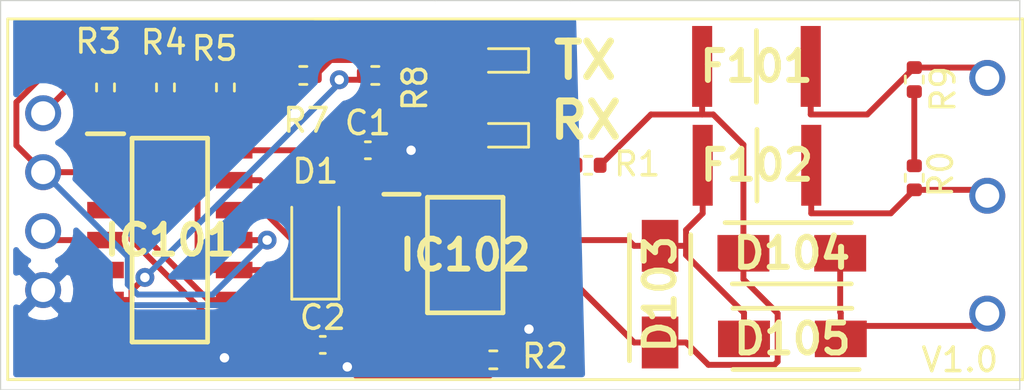
<source format=kicad_pcb>
(kicad_pcb (version 20171130) (host pcbnew "(5.1.10)-1")

  (general
    (thickness 1.6)
    (drawings 10)
    (tracks 203)
    (zones 0)
    (modules 22)
    (nets 19)
  )

  (page A4)
  (layers
    (0 F.Cu signal)
    (31 B.Cu signal)
    (32 B.Adhes user)
    (33 F.Adhes user)
    (34 B.Paste user hide)
    (35 F.Paste user)
    (36 B.SilkS user)
    (37 F.SilkS user)
    (38 B.Mask user)
    (39 F.Mask user)
    (40 Dwgs.User user)
    (41 Cmts.User user)
    (42 Eco1.User user)
    (43 Eco2.User user)
    (44 Edge.Cuts user)
    (45 Margin user)
    (46 B.CrtYd user)
    (47 F.CrtYd user hide)
    (48 B.Fab user)
    (49 F.Fab user hide)
  )

  (setup
    (last_trace_width 0.25)
    (trace_clearance 0.2)
    (zone_clearance 0.508)
    (zone_45_only no)
    (trace_min 0.2)
    (via_size 0.8)
    (via_drill 0.4)
    (via_min_size 0.4)
    (via_min_drill 0.3)
    (uvia_size 0.3)
    (uvia_drill 0.1)
    (uvias_allowed no)
    (uvia_min_size 0.2)
    (uvia_min_drill 0.1)
    (edge_width 0.05)
    (segment_width 0.2)
    (pcb_text_width 0.3)
    (pcb_text_size 1.5 1.5)
    (mod_edge_width 0.12)
    (mod_text_size 1 1)
    (mod_text_width 0.15)
    (pad_size 1.524 1.524)
    (pad_drill 1.016)
    (pad_to_mask_clearance 0)
    (aux_axis_origin 0 0)
    (visible_elements 7FFFFFFF)
    (pcbplotparams
      (layerselection 0x010fc_ffffffff)
      (usegerberextensions false)
      (usegerberattributes true)
      (usegerberadvancedattributes true)
      (creategerberjobfile true)
      (excludeedgelayer true)
      (linewidth 0.100000)
      (plotframeref false)
      (viasonmask false)
      (mode 1)
      (useauxorigin false)
      (hpglpennumber 1)
      (hpglpenspeed 20)
      (hpglpendiameter 15.000000)
      (psnegative false)
      (psa4output false)
      (plotreference true)
      (plotvalue true)
      (plotinvisibletext false)
      (padsonsilk false)
      (subtractmaskfromsilk false)
      (outputformat 1)
      (mirror false)
      (drillshape 0)
      (scaleselection 1)
      (outputdirectory "Files for production/"))
  )

  (net 0 "")
  (net 1 GND)
  (net 2 3v3)
  (net 3 "Net-(C2-Pad1)")
  (net 4 "Net-(D1-Pad1)")
  (net 5 "Net-(D101-Pad2)")
  (net 6 "Net-(D102-Pad2)")
  (net 7 "Net-(D103-Pad2)")
  (net 8 "Net-(D103-Pad1)")
  (net 9 Comm)
  (net 10 A)
  (net 11 B)
  (net 12 "Net-(IC101-Pad12)")
  (net 13 TX)
  (net 14 "Net-(IC101-Pad9)")
  (net 15 "Net-(IC101-Pad3)")
  (net 16 "Net-(IC101-Pad6)")
  (net 17 RX)
  (net 18 "Net-(R0-Pad2)")

  (net_class Default "This is the default net class."
    (clearance 0.2)
    (trace_width 0.25)
    (via_dia 0.8)
    (via_drill 0.4)
    (uvia_dia 0.3)
    (uvia_drill 0.1)
    (add_net 3v3)
    (add_net A)
    (add_net B)
    (add_net Comm)
    (add_net GND)
    (add_net "Net-(C2-Pad1)")
    (add_net "Net-(D1-Pad1)")
    (add_net "Net-(D101-Pad2)")
    (add_net "Net-(D102-Pad2)")
    (add_net "Net-(D103-Pad1)")
    (add_net "Net-(D103-Pad2)")
    (add_net "Net-(IC101-Pad12)")
    (add_net "Net-(IC101-Pad3)")
    (add_net "Net-(IC101-Pad6)")
    (add_net "Net-(IC101-Pad9)")
    (add_net "Net-(R0-Pad2)")
    (add_net RX)
    (add_net TX)
  )

  (module Capacitor_SMD:C_0402_1005Metric (layer F.Cu) (tedit 5F68FEEE) (tstamp 613194F9)
    (at 116.52 61.595)
    (descr "Capacitor SMD 0402 (1005 Metric), square (rectangular) end terminal, IPC_7351 nominal, (Body size source: IPC-SM-782 page 76, https://www.pcb-3d.com/wordpress/wp-content/uploads/ipc-sm-782a_amendment_1_and_2.pdf), generated with kicad-footprint-generator")
    (tags capacitor)
    (path /6133014C)
    (attr smd)
    (fp_text reference C2 (at 0 -1.16) (layer F.SilkS)
      (effects (font (size 1 1) (thickness 0.15)))
    )
    (fp_text value 0.1u (at 0 1.16) (layer F.Fab)
      (effects (font (size 1 1) (thickness 0.15)))
    )
    (fp_line (start -0.5 0.25) (end -0.5 -0.25) (layer F.Fab) (width 0.1))
    (fp_line (start -0.5 -0.25) (end 0.5 -0.25) (layer F.Fab) (width 0.1))
    (fp_line (start 0.5 -0.25) (end 0.5 0.25) (layer F.Fab) (width 0.1))
    (fp_line (start 0.5 0.25) (end -0.5 0.25) (layer F.Fab) (width 0.1))
    (fp_line (start -0.107836 -0.36) (end 0.107836 -0.36) (layer F.SilkS) (width 0.12))
    (fp_line (start -0.107836 0.36) (end 0.107836 0.36) (layer F.SilkS) (width 0.12))
    (fp_line (start -0.91 0.46) (end -0.91 -0.46) (layer F.CrtYd) (width 0.05))
    (fp_line (start -0.91 -0.46) (end 0.91 -0.46) (layer F.CrtYd) (width 0.05))
    (fp_line (start 0.91 -0.46) (end 0.91 0.46) (layer F.CrtYd) (width 0.05))
    (fp_line (start 0.91 0.46) (end -0.91 0.46) (layer F.CrtYd) (width 0.05))
    (fp_text user %R (at 0 0) (layer F.Fab)
      (effects (font (size 0.25 0.25) (thickness 0.04)))
    )
    (pad 2 smd roundrect (at 0.48 0) (size 0.56 0.62) (layers F.Cu F.Paste F.Mask) (roundrect_rratio 0.25)
      (net 1 GND))
    (pad 1 smd roundrect (at -0.48 0) (size 0.56 0.62) (layers F.Cu F.Paste F.Mask) (roundrect_rratio 0.25)
      (net 3 "Net-(C2-Pad1)"))
    (model ${KISYS3DMOD}/Capacitor_SMD.3dshapes/C_0402_1005Metric.wrl
      (at (xyz 0 0 0))
      (scale (xyz 1 1 1))
      (rotate (xyz 0 0 0))
    )
  )

  (module Capacitor_SMD:C_0402_1005Metric (layer F.Cu) (tedit 5F68FEEE) (tstamp 613194E8)
    (at 118.43 53.34)
    (descr "Capacitor SMD 0402 (1005 Metric), square (rectangular) end terminal, IPC_7351 nominal, (Body size source: IPC-SM-782 page 76, https://www.pcb-3d.com/wordpress/wp-content/uploads/ipc-sm-782a_amendment_1_and_2.pdf), generated with kicad-footprint-generator")
    (tags capacitor)
    (path /6133CEF8)
    (attr smd)
    (fp_text reference C1 (at 0 -1.16) (layer F.SilkS)
      (effects (font (size 1 1) (thickness 0.15)))
    )
    (fp_text value 0.1u (at 0 1.16) (layer F.Fab)
      (effects (font (size 1 1) (thickness 0.15)))
    )
    (fp_line (start -0.5 0.25) (end -0.5 -0.25) (layer F.Fab) (width 0.1))
    (fp_line (start -0.5 -0.25) (end 0.5 -0.25) (layer F.Fab) (width 0.1))
    (fp_line (start 0.5 -0.25) (end 0.5 0.25) (layer F.Fab) (width 0.1))
    (fp_line (start 0.5 0.25) (end -0.5 0.25) (layer F.Fab) (width 0.1))
    (fp_line (start -0.107836 -0.36) (end 0.107836 -0.36) (layer F.SilkS) (width 0.12))
    (fp_line (start -0.107836 0.36) (end 0.107836 0.36) (layer F.SilkS) (width 0.12))
    (fp_line (start -0.91 0.46) (end -0.91 -0.46) (layer F.CrtYd) (width 0.05))
    (fp_line (start -0.91 -0.46) (end 0.91 -0.46) (layer F.CrtYd) (width 0.05))
    (fp_line (start 0.91 -0.46) (end 0.91 0.46) (layer F.CrtYd) (width 0.05))
    (fp_line (start 0.91 0.46) (end -0.91 0.46) (layer F.CrtYd) (width 0.05))
    (fp_text user %R (at 0 0) (layer F.Fab)
      (effects (font (size 0.25 0.25) (thickness 0.04)))
    )
    (pad 2 smd roundrect (at 0.48 0) (size 0.56 0.62) (layers F.Cu F.Paste F.Mask) (roundrect_rratio 0.25)
      (net 1 GND))
    (pad 1 smd roundrect (at -0.48 0) (size 0.56 0.62) (layers F.Cu F.Paste F.Mask) (roundrect_rratio 0.25)
      (net 2 3v3))
    (model ${KISYS3DMOD}/Capacitor_SMD.3dshapes/C_0402_1005Metric.wrl
      (at (xyz 0 0 0))
      (scale (xyz 1 1 1))
      (rotate (xyz 0 0 0))
    )
  )

  (module CI_ComPCB:TXRX-AB (layer F.Cu) (tedit 61322085) (tstamp 6132454D)
    (at 103.173 47.769)
    (path /61323B08)
    (fp_text reference Converter101 (at 7.317 -2.049) (layer F.SilkS) hide
      (effects (font (size 1 1) (thickness 0.15)))
    )
    (fp_text value TxRx-RS485-New_Library-RackComm-rescue-CI_ComPCB-rescue (at 1 -4.5) (layer F.Fab) hide
      (effects (font (size 1 1) (thickness 0.15)))
    )
    (fp_line (start 43 0) (end 43 15.3) (layer F.SilkS) (width 0.12))
    (fp_line (start 13 0) (end 14 0) (layer F.SilkS) (width 0.12))
    (fp_line (start 43 0) (end 0 0) (layer F.SilkS) (width 0.12))
    (fp_line (start 0 0) (end 0 15.3) (layer F.SilkS) (width 0.12))
    (fp_line (start 0 15.3) (end 43 15.3) (layer F.SilkS) (width 0.12))
    (pad 4 thru_hole circle (at 1.5 4) (size 1.524 1.524) (drill 1.016) (layers *.Cu *.Mask)
      (net 2 3v3))
    (pad 3 thru_hole circle (at 1.5 6.5) (size 1.524 1.524) (drill 1.016) (layers *.Cu *.Mask)
      (net 13 TX))
    (pad 2 thru_hole circle (at 1.5 9) (size 1.524 1.524) (drill 1.016) (layers *.Cu *.Mask)
      (net 17 RX))
    (pad 1 thru_hole circle (at 1.5 11.5) (size 1.524 1.524) (drill 1.016) (layers *.Cu *.Mask)
      (net 1 GND))
    (pad 7 thru_hole circle (at 41.5 2.5) (size 1.524 1.524) (drill 1.016) (layers *.Cu *.Mask)
      (net 10 A))
    (pad 6 thru_hole circle (at 41.5 7.5) (size 1.524 1.524) (drill 1.016) (layers *.Cu *.Mask)
      (net 11 B))
    (pad 5 thru_hole circle (at 41.5 12.5) (size 1.524 1.524) (drill 1.016) (layers *.Cu *.Mask)
      (net 9 Comm))
  )

  (module SamacSys_Parts:FUSC4632X110N (layer F.Cu) (tedit 61313F01) (tstamp 6132443E)
    (at 134.893 49.7815)
    (descr MF-MSMF010)
    (tags Fuse)
    (path /61354966)
    (attr smd)
    (fp_text reference F101 (at 0 0) (layer F.SilkS)
      (effects (font (size 1.27 1.27) (thickness 0.254)))
    )
    (fp_text value MF-MSMF010-2 (at 0 0) (layer F.SilkS) hide
      (effects (font (size 1.27 1.27) (thickness 0.254)))
    )
    (fp_line (start -2.975 -1.965) (end 2.975 -1.965) (layer F.CrtYd) (width 0.05))
    (fp_line (start 2.975 -1.965) (end 2.975 1.965) (layer F.CrtYd) (width 0.05))
    (fp_line (start 2.975 1.965) (end -2.975 1.965) (layer F.CrtYd) (width 0.05))
    (fp_line (start -2.975 1.965) (end -2.975 -1.965) (layer F.CrtYd) (width 0.05))
    (fp_line (start -2.275 -1.62) (end 2.275 -1.62) (layer F.Fab) (width 0.1))
    (fp_line (start 2.275 -1.62) (end 2.275 1.62) (layer F.Fab) (width 0.1))
    (fp_line (start 2.275 1.62) (end -2.275 1.62) (layer F.Fab) (width 0.1))
    (fp_line (start -2.275 1.62) (end -2.275 -1.62) (layer F.Fab) (width 0.1))
    (fp_line (start 0 -1.52) (end 0 1.52) (layer F.SilkS) (width 0.2))
    (fp_text user %R (at 0 0) (layer F.Fab)
      (effects (font (size 1.27 1.27) (thickness 0.254)))
    )
    (pad 2 smd rect (at 2.3 0) (size 0.85 3.43) (layers F.Cu F.Paste F.Mask)
      (net 10 A))
    (pad 1 smd rect (at -2.3 0) (size 0.85 3.430001) (layers F.Cu F.Paste F.Mask)
      (net 8 "Net-(D103-Pad1)"))
    (model "C:\\Users\\Aalam Shaikh\\Documents\\GitHub\\rack_programer-hardware\\CI_ComPCB\\lib\\SamacSys_Parts.3dshapes\\MF-MSMF010-2.stp"
      (at (xyz 0 0 0))
      (scale (xyz 1 1 1))
      (rotate (xyz 0 0 0))
    )
  )

  (module SamacSys_Parts:DIOM5026X229N (layer F.Cu) (tedit 0) (tstamp 613244A0)
    (at 130.81 59.4434 90)
    (descr "DO-214AC (SMA)-1")
    (tags "TVS Diode (Uni-directional)")
    (path /6133EC60)
    (attr smd)
    (fp_text reference D103 (at 0 0 90) (layer F.SilkS)
      (effects (font (size 1.27 1.27) (thickness 0.254)))
    )
    (fp_text value SMAJ6.5A (at 0 0 90) (layer F.SilkS) hide
      (effects (font (size 1.27 1.27) (thickness 0.254)))
    )
    (fp_line (start -3.4 -1.645) (end 3.4 -1.645) (layer F.CrtYd) (width 0.05))
    (fp_line (start 3.4 -1.645) (end 3.4 1.645) (layer F.CrtYd) (width 0.05))
    (fp_line (start 3.4 1.645) (end -3.4 1.645) (layer F.CrtYd) (width 0.05))
    (fp_line (start -3.4 1.645) (end -3.4 -1.645) (layer F.CrtYd) (width 0.05))
    (fp_line (start -2.52 -1.298) (end 2.52 -1.298) (layer F.Fab) (width 0.1))
    (fp_line (start 2.52 -1.298) (end 2.52 1.298) (layer F.Fab) (width 0.1))
    (fp_line (start 2.52 1.298) (end -2.52 1.298) (layer F.Fab) (width 0.1))
    (fp_line (start -2.52 1.298) (end -2.52 -1.298) (layer F.Fab) (width 0.1))
    (fp_line (start -2.52 -0.522) (end -1.745 -1.298) (layer F.Fab) (width 0.1))
    (fp_line (start 2.52 -1.298) (end -2.825 -1.298) (layer F.SilkS) (width 0.2))
    (fp_line (start -2.52 1.298) (end 2.52 1.298) (layer F.SilkS) (width 0.2))
    (fp_text user %R (at 0 0 90) (layer F.Fab)
      (effects (font (size 1.27 1.27) (thickness 0.254)))
    )
    (pad 2 smd rect (at 2.05 0 180) (size 1.55 2.2) (layers F.Cu F.Paste F.Mask)
      (net 7 "Net-(D103-Pad2)"))
    (pad 1 smd rect (at -2.05 0 180) (size 1.55 2.2) (layers F.Cu F.Paste F.Mask)
      (net 8 "Net-(D103-Pad1)"))
    (model "C:\\Users\\Aalam Shaikh\\Documents\\GitHub\\rack_programer-hardware\\CI_ComPCB\\lib\\SamacSys_Parts.3dshapes\\SMAJ6.5A.stp"
      (at (xyz 0 0 0))
      (scale (xyz 1 1 1))
      (rotate (xyz 0 0 0))
    )
  )

  (module SamacSys_Parts:DIOM5026X229N (layer F.Cu) (tedit 0) (tstamp 6132440D)
    (at 136.391 57.7088)
    (descr "DO-214AC (SMA)-1")
    (tags "TVS Diode (Uni-directional)")
    (path /6134EB59)
    (attr smd)
    (fp_text reference D104 (at 0 0) (layer F.SilkS)
      (effects (font (size 1.27 1.27) (thickness 0.254)))
    )
    (fp_text value SMAJ6.5A (at 0 0) (layer F.SilkS) hide
      (effects (font (size 1.27 1.27) (thickness 0.254)))
    )
    (fp_line (start -3.4 -1.645) (end 3.4 -1.645) (layer F.CrtYd) (width 0.05))
    (fp_line (start 3.4 -1.645) (end 3.4 1.645) (layer F.CrtYd) (width 0.05))
    (fp_line (start 3.4 1.645) (end -3.4 1.645) (layer F.CrtYd) (width 0.05))
    (fp_line (start -3.4 1.645) (end -3.4 -1.645) (layer F.CrtYd) (width 0.05))
    (fp_line (start -2.52 -1.298) (end 2.52 -1.298) (layer F.Fab) (width 0.1))
    (fp_line (start 2.52 -1.298) (end 2.52 1.298) (layer F.Fab) (width 0.1))
    (fp_line (start 2.52 1.298) (end -2.52 1.298) (layer F.Fab) (width 0.1))
    (fp_line (start -2.52 1.298) (end -2.52 -1.298) (layer F.Fab) (width 0.1))
    (fp_line (start -2.52 -0.522) (end -1.745 -1.298) (layer F.Fab) (width 0.1))
    (fp_line (start 2.52 -1.298) (end -2.825 -1.298) (layer F.SilkS) (width 0.2))
    (fp_line (start -2.52 1.298) (end 2.52 1.298) (layer F.SilkS) (width 0.2))
    (fp_text user %R (at 0 0) (layer F.Fab)
      (effects (font (size 1.27 1.27) (thickness 0.254)))
    )
    (pad 2 smd rect (at 2.05 0 90) (size 1.55 2.2) (layers F.Cu F.Paste F.Mask)
      (net 9 Comm))
    (pad 1 smd rect (at -2.05 0 90) (size 1.55 2.2) (layers F.Cu F.Paste F.Mask)
      (net 8 "Net-(D103-Pad1)"))
    (model "C:\\Users\\Aalam Shaikh\\Documents\\GitHub\\rack_programer-hardware\\CI_ComPCB\\lib\\SamacSys_Parts.3dshapes\\SMAJ6.5A.stp"
      (at (xyz 0 0 0))
      (scale (xyz 1 1 1))
      (rotate (xyz 0 0 0))
    )
  )

  (module SamacSys_Parts:DIOM5026X229N (layer F.Cu) (tedit 0) (tstamp 6132446D)
    (at 136.416 61.341 180)
    (descr "DO-214AC (SMA)-1")
    (tags "TVS Diode (Uni-directional)")
    (path /6134CE0F)
    (attr smd)
    (fp_text reference D105 (at 0 0) (layer F.SilkS)
      (effects (font (size 1.27 1.27) (thickness 0.254)))
    )
    (fp_text value SMAJ6.5A (at 0 0) (layer F.SilkS) hide
      (effects (font (size 1.27 1.27) (thickness 0.254)))
    )
    (fp_line (start -3.4 -1.645) (end 3.4 -1.645) (layer F.CrtYd) (width 0.05))
    (fp_line (start 3.4 -1.645) (end 3.4 1.645) (layer F.CrtYd) (width 0.05))
    (fp_line (start 3.4 1.645) (end -3.4 1.645) (layer F.CrtYd) (width 0.05))
    (fp_line (start -3.4 1.645) (end -3.4 -1.645) (layer F.CrtYd) (width 0.05))
    (fp_line (start -2.52 -1.298) (end 2.52 -1.298) (layer F.Fab) (width 0.1))
    (fp_line (start 2.52 -1.298) (end 2.52 1.298) (layer F.Fab) (width 0.1))
    (fp_line (start 2.52 1.298) (end -2.52 1.298) (layer F.Fab) (width 0.1))
    (fp_line (start -2.52 1.298) (end -2.52 -1.298) (layer F.Fab) (width 0.1))
    (fp_line (start -2.52 -0.522) (end -1.745 -1.298) (layer F.Fab) (width 0.1))
    (fp_line (start 2.52 -1.298) (end -2.825 -1.298) (layer F.SilkS) (width 0.2))
    (fp_line (start -2.52 1.298) (end 2.52 1.298) (layer F.SilkS) (width 0.2))
    (fp_text user %R (at 0 0) (layer F.Fab)
      (effects (font (size 1.27 1.27) (thickness 0.254)))
    )
    (pad 2 smd rect (at 2.05 0 270) (size 1.55 2.2) (layers F.Cu F.Paste F.Mask)
      (net 7 "Net-(D103-Pad2)"))
    (pad 1 smd rect (at -2.05 0 270) (size 1.55 2.2) (layers F.Cu F.Paste F.Mask)
      (net 9 Comm))
    (model "C:\\Users\\Aalam Shaikh\\Documents\\GitHub\\rack_programer-hardware\\CI_ComPCB\\lib\\SamacSys_Parts.3dshapes\\SMAJ6.5A.stp"
      (at (xyz 0 0 0))
      (scale (xyz 1 1 1))
      (rotate (xyz 0 0 0))
    )
  )

  (module Resistor_SMD:R_0402_1005Metric (layer F.Cu) (tedit 5F68FEEE) (tstamp 613243DC)
    (at 141.58 50.3409 90)
    (descr "Resistor SMD 0402 (1005 Metric), square (rectangular) end terminal, IPC_7351 nominal, (Body size source: IPC-SM-782 page 72, https://www.pcb-3d.com/wordpress/wp-content/uploads/ipc-sm-782a_amendment_1_and_2.pdf), generated with kicad-footprint-generator")
    (tags resistor)
    (path /6135F932)
    (attr smd)
    (fp_text reference R9 (at -0.4083 1.2192 90) (layer F.SilkS)
      (effects (font (size 1 1) (thickness 0.15)))
    )
    (fp_text value 120 (at 0 1.17 90) (layer F.Fab)
      (effects (font (size 1 1) (thickness 0.15)))
    )
    (fp_line (start -0.525 0.27) (end -0.525 -0.27) (layer F.Fab) (width 0.1))
    (fp_line (start -0.525 -0.27) (end 0.525 -0.27) (layer F.Fab) (width 0.1))
    (fp_line (start 0.525 -0.27) (end 0.525 0.27) (layer F.Fab) (width 0.1))
    (fp_line (start 0.525 0.27) (end -0.525 0.27) (layer F.Fab) (width 0.1))
    (fp_line (start -0.153641 -0.38) (end 0.153641 -0.38) (layer F.SilkS) (width 0.12))
    (fp_line (start -0.153641 0.38) (end 0.153641 0.38) (layer F.SilkS) (width 0.12))
    (fp_line (start -0.93 0.47) (end -0.93 -0.47) (layer F.CrtYd) (width 0.05))
    (fp_line (start -0.93 -0.47) (end 0.93 -0.47) (layer F.CrtYd) (width 0.05))
    (fp_line (start 0.93 -0.47) (end 0.93 0.47) (layer F.CrtYd) (width 0.05))
    (fp_line (start 0.93 0.47) (end -0.93 0.47) (layer F.CrtYd) (width 0.05))
    (fp_text user %R (at 0 0 90) (layer F.Fab)
      (effects (font (size 0.26 0.26) (thickness 0.04)))
    )
    (pad 2 smd roundrect (at 0.51 0 90) (size 0.54 0.64) (layers F.Cu F.Paste F.Mask) (roundrect_rratio 0.25)
      (net 10 A))
    (pad 1 smd roundrect (at -0.51 0 90) (size 0.54 0.64) (layers F.Cu F.Paste F.Mask) (roundrect_rratio 0.25)
      (net 18 "Net-(R0-Pad2)"))
    (model ${KISYS3DMOD}/Resistor_SMD.3dshapes/R_0402_1005Metric.wrl
      (at (xyz 0 0 0))
      (scale (xyz 1 1 1))
      (rotate (xyz 0 0 0))
    )
  )

  (module Resistor_SMD:R_0402_1005Metric (layer F.Cu) (tedit 5F68FEEE) (tstamp 6131969C)
    (at 118.745 50.165)
    (descr "Resistor SMD 0402 (1005 Metric), square (rectangular) end terminal, IPC_7351 nominal, (Body size source: IPC-SM-782 page 72, https://www.pcb-3d.com/wordpress/wp-content/uploads/ipc-sm-782a_amendment_1_and_2.pdf), generated with kicad-footprint-generator")
    (tags resistor)
    (path /6131B2D3)
    (attr smd)
    (fp_text reference R8 (at 1.6764 0.5334 270) (layer F.SilkS)
      (effects (font (size 1 1) (thickness 0.15)))
    )
    (fp_text value 2.4k (at 0 1.17) (layer F.Fab)
      (effects (font (size 1 1) (thickness 0.15)))
    )
    (fp_line (start -0.525 0.27) (end -0.525 -0.27) (layer F.Fab) (width 0.1))
    (fp_line (start -0.525 -0.27) (end 0.525 -0.27) (layer F.Fab) (width 0.1))
    (fp_line (start 0.525 -0.27) (end 0.525 0.27) (layer F.Fab) (width 0.1))
    (fp_line (start 0.525 0.27) (end -0.525 0.27) (layer F.Fab) (width 0.1))
    (fp_line (start -0.153641 -0.38) (end 0.153641 -0.38) (layer F.SilkS) (width 0.12))
    (fp_line (start -0.153641 0.38) (end 0.153641 0.38) (layer F.SilkS) (width 0.12))
    (fp_line (start -0.93 0.47) (end -0.93 -0.47) (layer F.CrtYd) (width 0.05))
    (fp_line (start -0.93 -0.47) (end 0.93 -0.47) (layer F.CrtYd) (width 0.05))
    (fp_line (start 0.93 -0.47) (end 0.93 0.47) (layer F.CrtYd) (width 0.05))
    (fp_line (start 0.93 0.47) (end -0.93 0.47) (layer F.CrtYd) (width 0.05))
    (fp_text user %R (at 0 0) (layer F.Fab)
      (effects (font (size 0.26 0.26) (thickness 0.04)))
    )
    (pad 2 smd roundrect (at 0.51 0) (size 0.54 0.64) (layers F.Cu F.Paste F.Mask) (roundrect_rratio 0.25)
      (net 5 "Net-(D101-Pad2)"))
    (pad 1 smd roundrect (at -0.51 0) (size 0.54 0.64) (layers F.Cu F.Paste F.Mask) (roundrect_rratio 0.25)
      (net 16 "Net-(IC101-Pad6)"))
    (model ${KISYS3DMOD}/Resistor_SMD.3dshapes/R_0402_1005Metric.wrl
      (at (xyz 0 0 0))
      (scale (xyz 1 1 1))
      (rotate (xyz 0 0 0))
    )
  )

  (module Resistor_SMD:R_0402_1005Metric (layer F.Cu) (tedit 5F68FEEE) (tstamp 6131968B)
    (at 115.695 50.165)
    (descr "Resistor SMD 0402 (1005 Metric), square (rectangular) end terminal, IPC_7351 nominal, (Body size source: IPC-SM-782 page 72, https://www.pcb-3d.com/wordpress/wp-content/uploads/ipc-sm-782a_amendment_1_and_2.pdf), generated with kicad-footprint-generator")
    (tags resistor)
    (path /6132633A)
    (attr smd)
    (fp_text reference R7 (at 0.125 1.905) (layer F.SilkS)
      (effects (font (size 1 1) (thickness 0.15)))
    )
    (fp_text value 2.4k (at 0 1.17) (layer F.Fab)
      (effects (font (size 1 1) (thickness 0.15)))
    )
    (fp_line (start -0.525 0.27) (end -0.525 -0.27) (layer F.Fab) (width 0.1))
    (fp_line (start -0.525 -0.27) (end 0.525 -0.27) (layer F.Fab) (width 0.1))
    (fp_line (start 0.525 -0.27) (end 0.525 0.27) (layer F.Fab) (width 0.1))
    (fp_line (start 0.525 0.27) (end -0.525 0.27) (layer F.Fab) (width 0.1))
    (fp_line (start -0.153641 -0.38) (end 0.153641 -0.38) (layer F.SilkS) (width 0.12))
    (fp_line (start -0.153641 0.38) (end 0.153641 0.38) (layer F.SilkS) (width 0.12))
    (fp_line (start -0.93 0.47) (end -0.93 -0.47) (layer F.CrtYd) (width 0.05))
    (fp_line (start -0.93 -0.47) (end 0.93 -0.47) (layer F.CrtYd) (width 0.05))
    (fp_line (start 0.93 -0.47) (end 0.93 0.47) (layer F.CrtYd) (width 0.05))
    (fp_line (start 0.93 0.47) (end -0.93 0.47) (layer F.CrtYd) (width 0.05))
    (fp_text user %R (at 0 0) (layer F.Fab)
      (effects (font (size 0.26 0.26) (thickness 0.04)))
    )
    (pad 2 smd roundrect (at 0.51 0) (size 0.54 0.64) (layers F.Cu F.Paste F.Mask) (roundrect_rratio 0.25)
      (net 6 "Net-(D102-Pad2)"))
    (pad 1 smd roundrect (at -0.51 0) (size 0.54 0.64) (layers F.Cu F.Paste F.Mask) (roundrect_rratio 0.25)
      (net 13 TX))
    (model ${KISYS3DMOD}/Resistor_SMD.3dshapes/R_0402_1005Metric.wrl
      (at (xyz 0 0 0))
      (scale (xyz 1 1 1))
      (rotate (xyz 0 0 0))
    )
  )

  (module Resistor_SMD:R_0402_1005Metric (layer F.Cu) (tedit 5F68FEEE) (tstamp 6131967A)
    (at 112.395 50.675 90)
    (descr "Resistor SMD 0402 (1005 Metric), square (rectangular) end terminal, IPC_7351 nominal, (Body size source: IPC-SM-782 page 72, https://www.pcb-3d.com/wordpress/wp-content/uploads/ipc-sm-782a_amendment_1_and_2.pdf), generated with kicad-footprint-generator")
    (tags resistor)
    (path /6132E384)
    (attr smd)
    (fp_text reference R5 (at 1.651 -0.4572 180) (layer F.SilkS)
      (effects (font (size 1 1) (thickness 0.15)))
    )
    (fp_text value 56k (at 0 1.17 90) (layer F.Fab)
      (effects (font (size 1 1) (thickness 0.15)))
    )
    (fp_line (start -0.525 0.27) (end -0.525 -0.27) (layer F.Fab) (width 0.1))
    (fp_line (start -0.525 -0.27) (end 0.525 -0.27) (layer F.Fab) (width 0.1))
    (fp_line (start 0.525 -0.27) (end 0.525 0.27) (layer F.Fab) (width 0.1))
    (fp_line (start 0.525 0.27) (end -0.525 0.27) (layer F.Fab) (width 0.1))
    (fp_line (start -0.153641 -0.38) (end 0.153641 -0.38) (layer F.SilkS) (width 0.12))
    (fp_line (start -0.153641 0.38) (end 0.153641 0.38) (layer F.SilkS) (width 0.12))
    (fp_line (start -0.93 0.47) (end -0.93 -0.47) (layer F.CrtYd) (width 0.05))
    (fp_line (start -0.93 -0.47) (end 0.93 -0.47) (layer F.CrtYd) (width 0.05))
    (fp_line (start 0.93 -0.47) (end 0.93 0.47) (layer F.CrtYd) (width 0.05))
    (fp_line (start 0.93 0.47) (end -0.93 0.47) (layer F.CrtYd) (width 0.05))
    (fp_text user %R (at 0 0 90) (layer F.Fab)
      (effects (font (size 0.26 0.26) (thickness 0.04)))
    )
    (pad 2 smd roundrect (at 0.51 0 90) (size 0.54 0.64) (layers F.Cu F.Paste F.Mask) (roundrect_rratio 0.25)
      (net 3 "Net-(C2-Pad1)"))
    (pad 1 smd roundrect (at -0.51 0 90) (size 0.54 0.64) (layers F.Cu F.Paste F.Mask) (roundrect_rratio 0.25)
      (net 4 "Net-(D1-Pad1)"))
    (model ${KISYS3DMOD}/Resistor_SMD.3dshapes/R_0402_1005Metric.wrl
      (at (xyz 0 0 0))
      (scale (xyz 1 1 1))
      (rotate (xyz 0 0 0))
    )
  )

  (module Resistor_SMD:R_0402_1005Metric (layer F.Cu) (tedit 5F68FEEE) (tstamp 61319669)
    (at 109.855 50.675 270)
    (descr "Resistor SMD 0402 (1005 Metric), square (rectangular) end terminal, IPC_7351 nominal, (Body size source: IPC-SM-782 page 72, https://www.pcb-3d.com/wordpress/wp-content/uploads/ipc-sm-782a_amendment_1_and_2.pdf), generated with kicad-footprint-generator")
    (tags resistor)
    (path /61318DB5)
    (attr smd)
    (fp_text reference R4 (at -1.907 0.0762 180) (layer F.SilkS)
      (effects (font (size 1 1) (thickness 0.15)))
    )
    (fp_text value 4.7k (at 0 1.17 90) (layer F.Fab)
      (effects (font (size 1 1) (thickness 0.15)))
    )
    (fp_line (start -0.525 0.27) (end -0.525 -0.27) (layer F.Fab) (width 0.1))
    (fp_line (start -0.525 -0.27) (end 0.525 -0.27) (layer F.Fab) (width 0.1))
    (fp_line (start 0.525 -0.27) (end 0.525 0.27) (layer F.Fab) (width 0.1))
    (fp_line (start 0.525 0.27) (end -0.525 0.27) (layer F.Fab) (width 0.1))
    (fp_line (start -0.153641 -0.38) (end 0.153641 -0.38) (layer F.SilkS) (width 0.12))
    (fp_line (start -0.153641 0.38) (end 0.153641 0.38) (layer F.SilkS) (width 0.12))
    (fp_line (start -0.93 0.47) (end -0.93 -0.47) (layer F.CrtYd) (width 0.05))
    (fp_line (start -0.93 -0.47) (end 0.93 -0.47) (layer F.CrtYd) (width 0.05))
    (fp_line (start 0.93 -0.47) (end 0.93 0.47) (layer F.CrtYd) (width 0.05))
    (fp_line (start 0.93 0.47) (end -0.93 0.47) (layer F.CrtYd) (width 0.05))
    (fp_text user %R (at 0 0 90) (layer F.Fab)
      (effects (font (size 0.26 0.26) (thickness 0.04)))
    )
    (pad 2 smd roundrect (at 0.51 0 270) (size 0.54 0.64) (layers F.Cu F.Paste F.Mask) (roundrect_rratio 0.25)
      (net 13 TX))
    (pad 1 smd roundrect (at -0.51 0 270) (size 0.54 0.64) (layers F.Cu F.Paste F.Mask) (roundrect_rratio 0.25)
      (net 2 3v3))
    (model ${KISYS3DMOD}/Resistor_SMD.3dshapes/R_0402_1005Metric.wrl
      (at (xyz 0 0 0))
      (scale (xyz 1 1 1))
      (rotate (xyz 0 0 0))
    )
  )

  (module Resistor_SMD:R_0402_1005Metric (layer F.Cu) (tedit 5F68FEEE) (tstamp 61319658)
    (at 107.315 50.675 270)
    (descr "Resistor SMD 0402 (1005 Metric), square (rectangular) end terminal, IPC_7351 nominal, (Body size source: IPC-SM-782 page 72, https://www.pcb-3d.com/wordpress/wp-content/uploads/ipc-sm-782a_amendment_1_and_2.pdf), generated with kicad-footprint-generator")
    (tags resistor)
    (path /613380E8)
    (attr smd)
    (fp_text reference R3 (at -1.9558 0.3048 180) (layer F.SilkS)
      (effects (font (size 1 1) (thickness 0.15)))
    )
    (fp_text value 4.7k (at 0 1.17 90) (layer F.Fab)
      (effects (font (size 1 1) (thickness 0.15)))
    )
    (fp_line (start -0.525 0.27) (end -0.525 -0.27) (layer F.Fab) (width 0.1))
    (fp_line (start -0.525 -0.27) (end 0.525 -0.27) (layer F.Fab) (width 0.1))
    (fp_line (start 0.525 -0.27) (end 0.525 0.27) (layer F.Fab) (width 0.1))
    (fp_line (start 0.525 0.27) (end -0.525 0.27) (layer F.Fab) (width 0.1))
    (fp_line (start -0.153641 -0.38) (end 0.153641 -0.38) (layer F.SilkS) (width 0.12))
    (fp_line (start -0.153641 0.38) (end 0.153641 0.38) (layer F.SilkS) (width 0.12))
    (fp_line (start -0.93 0.47) (end -0.93 -0.47) (layer F.CrtYd) (width 0.05))
    (fp_line (start -0.93 -0.47) (end 0.93 -0.47) (layer F.CrtYd) (width 0.05))
    (fp_line (start 0.93 -0.47) (end 0.93 0.47) (layer F.CrtYd) (width 0.05))
    (fp_line (start 0.93 0.47) (end -0.93 0.47) (layer F.CrtYd) (width 0.05))
    (fp_text user %R (at 0 0 90) (layer F.Fab)
      (effects (font (size 0.26 0.26) (thickness 0.04)))
    )
    (pad 2 smd roundrect (at 0.51 0 270) (size 0.54 0.64) (layers F.Cu F.Paste F.Mask) (roundrect_rratio 0.25)
      (net 14 "Net-(IC101-Pad9)"))
    (pad 1 smd roundrect (at -0.51 0 270) (size 0.54 0.64) (layers F.Cu F.Paste F.Mask) (roundrect_rratio 0.25)
      (net 2 3v3))
    (model ${KISYS3DMOD}/Resistor_SMD.3dshapes/R_0402_1005Metric.wrl
      (at (xyz 0 0 0))
      (scale (xyz 1 1 1))
      (rotate (xyz 0 0 0))
    )
  )

  (module Resistor_SMD:R_0402_1005Metric (layer F.Cu) (tedit 5F68FEEE) (tstamp 61319647)
    (at 123.745 62.23 180)
    (descr "Resistor SMD 0402 (1005 Metric), square (rectangular) end terminal, IPC_7351 nominal, (Body size source: IPC-SM-782 page 72, https://www.pcb-3d.com/wordpress/wp-content/uploads/ipc-sm-782a_amendment_1_and_2.pdf), generated with kicad-footprint-generator")
    (tags resistor)
    (path /61347F15)
    (attr smd)
    (fp_text reference R2 (at -2.1882 0.1524) (layer F.SilkS)
      (effects (font (size 1 1) (thickness 0.15)))
    )
    (fp_text value 4.7k (at 0 1.17) (layer F.Fab)
      (effects (font (size 1 1) (thickness 0.15)))
    )
    (fp_line (start -0.525 0.27) (end -0.525 -0.27) (layer F.Fab) (width 0.1))
    (fp_line (start -0.525 -0.27) (end 0.525 -0.27) (layer F.Fab) (width 0.1))
    (fp_line (start 0.525 -0.27) (end 0.525 0.27) (layer F.Fab) (width 0.1))
    (fp_line (start 0.525 0.27) (end -0.525 0.27) (layer F.Fab) (width 0.1))
    (fp_line (start -0.153641 -0.38) (end 0.153641 -0.38) (layer F.SilkS) (width 0.12))
    (fp_line (start -0.153641 0.38) (end 0.153641 0.38) (layer F.SilkS) (width 0.12))
    (fp_line (start -0.93 0.47) (end -0.93 -0.47) (layer F.CrtYd) (width 0.05))
    (fp_line (start -0.93 -0.47) (end 0.93 -0.47) (layer F.CrtYd) (width 0.05))
    (fp_line (start 0.93 -0.47) (end 0.93 0.47) (layer F.CrtYd) (width 0.05))
    (fp_line (start 0.93 0.47) (end -0.93 0.47) (layer F.CrtYd) (width 0.05))
    (fp_text user %R (at 0 0) (layer F.Fab)
      (effects (font (size 0.26 0.26) (thickness 0.04)))
    )
    (pad 2 smd roundrect (at 0.51 0 180) (size 0.54 0.64) (layers F.Cu F.Paste F.Mask) (roundrect_rratio 0.25)
      (net 7 "Net-(D103-Pad2)"))
    (pad 1 smd roundrect (at -0.51 0 180) (size 0.54 0.64) (layers F.Cu F.Paste F.Mask) (roundrect_rratio 0.25)
      (net 1 GND))
    (model ${KISYS3DMOD}/Resistor_SMD.3dshapes/R_0402_1005Metric.wrl
      (at (xyz 0 0 0))
      (scale (xyz 1 1 1))
      (rotate (xyz 0 0 0))
    )
  )

  (module Resistor_SMD:R_0402_1005Metric (layer F.Cu) (tedit 61313C62) (tstamp 61319636)
    (at 127.76 53.975)
    (descr "Resistor SMD 0402 (1005 Metric), square (rectangular) end terminal, IPC_7351 nominal, (Body size source: IPC-SM-782 page 72, https://www.pcb-3d.com/wordpress/wp-content/uploads/ipc-sm-782a_amendment_1_and_2.pdf), generated with kicad-footprint-generator")
    (tags resistor)
    (path /61385D82)
    (attr smd)
    (fp_text reference R1 (at 2.0808 -0.0508) (layer F.SilkS)
      (effects (font (size 1 1) (thickness 0.15)))
    )
    (fp_text value 4.7k (at 0 1.17) (layer F.Fab)
      (effects (font (size 1 1) (thickness 0.15)))
    )
    (fp_line (start -0.525 0.27) (end -0.525 -0.27) (layer F.Fab) (width 0.1))
    (fp_line (start -0.525 -0.27) (end 0.525 -0.27) (layer F.Fab) (width 0.1))
    (fp_line (start 0.525 -0.27) (end 0.525 0.27) (layer F.Fab) (width 0.1))
    (fp_line (start 0.525 0.27) (end -0.525 0.27) (layer F.Fab) (width 0.1))
    (fp_line (start -0.153641 -0.38) (end 0.153641 -0.38) (layer F.SilkS) (width 0.12))
    (fp_line (start -0.153641 0.38) (end 0.153641 0.38) (layer F.SilkS) (width 0.12))
    (fp_line (start -0.93 0.47) (end -0.93 -0.47) (layer F.CrtYd) (width 0.05))
    (fp_line (start -0.93 -0.47) (end 0.93 -0.47) (layer F.CrtYd) (width 0.05))
    (fp_line (start 0.93 -0.47) (end 0.93 0.47) (layer F.CrtYd) (width 0.05))
    (fp_line (start 0.93 0.47) (end -0.93 0.47) (layer F.CrtYd) (width 0.05))
    (fp_text user %R (at 0 0) (layer F.Fab)
      (effects (font (size 0.26 0.26) (thickness 0.04)))
    )
    (pad 2 smd roundrect (at 0.51 0) (size 0.54 0.64) (layers F.Cu F.Paste F.Mask) (roundrect_rratio 0.25)
      (net 8 "Net-(D103-Pad1)"))
    (pad 1 smd roundrect (at -0.51 0) (size 0.54 0.64) (layers F.Cu F.Paste F.Mask) (roundrect_rratio 0.25)
      (net 2 3v3))
    (model ${KISYS3DMOD}/Resistor_SMD.3dshapes/R_0402_1005Metric.wrl
      (at (xyz 0 0 0))
      (scale (xyz 1 1 1))
      (rotate (xyz 0 0 0))
    )
  )

  (module Resistor_SMD:R_0402_1005Metric (layer F.Cu) (tedit 5F68FEEE) (tstamp 613244FF)
    (at 141.58 54.5084 90)
    (descr "Resistor SMD 0402 (1005 Metric), square (rectangular) end terminal, IPC_7351 nominal, (Body size source: IPC-SM-782 page 72, https://www.pcb-3d.com/wordpress/wp-content/uploads/ipc-sm-782a_amendment_1_and_2.pdf), generated with kicad-footprint-generator")
    (tags resistor)
    (path /6138CDC0)
    (attr smd)
    (fp_text reference R0 (at 0.1524 1.1176 90) (layer F.SilkS)
      (effects (font (size 1 1) (thickness 0.15)))
    )
    (fp_text value 0 (at 0 1.17 90) (layer F.Fab)
      (effects (font (size 1 1) (thickness 0.15)))
    )
    (fp_line (start -0.525 0.27) (end -0.525 -0.27) (layer F.Fab) (width 0.1))
    (fp_line (start -0.525 -0.27) (end 0.525 -0.27) (layer F.Fab) (width 0.1))
    (fp_line (start 0.525 -0.27) (end 0.525 0.27) (layer F.Fab) (width 0.1))
    (fp_line (start 0.525 0.27) (end -0.525 0.27) (layer F.Fab) (width 0.1))
    (fp_line (start -0.153641 -0.38) (end 0.153641 -0.38) (layer F.SilkS) (width 0.12))
    (fp_line (start -0.153641 0.38) (end 0.153641 0.38) (layer F.SilkS) (width 0.12))
    (fp_line (start -0.93 0.47) (end -0.93 -0.47) (layer F.CrtYd) (width 0.05))
    (fp_line (start -0.93 -0.47) (end 0.93 -0.47) (layer F.CrtYd) (width 0.05))
    (fp_line (start 0.93 -0.47) (end 0.93 0.47) (layer F.CrtYd) (width 0.05))
    (fp_line (start 0.93 0.47) (end -0.93 0.47) (layer F.CrtYd) (width 0.05))
    (fp_text user %R (at 0 0 90) (layer F.Fab)
      (effects (font (size 0.26 0.26) (thickness 0.04)))
    )
    (pad 2 smd roundrect (at 0.51 0 90) (size 0.54 0.64) (layers F.Cu F.Paste F.Mask) (roundrect_rratio 0.25)
      (net 18 "Net-(R0-Pad2)"))
    (pad 1 smd roundrect (at -0.51 0 90) (size 0.54 0.64) (layers F.Cu F.Paste F.Mask) (roundrect_rratio 0.25)
      (net 11 B))
    (model ${KISYS3DMOD}/Resistor_SMD.3dshapes/R_0402_1005Metric.wrl
      (at (xyz 0 0 0))
      (scale (xyz 1 1 1))
      (rotate (xyz 0 0 0))
    )
  )

  (module SamacSys_Parts:SOIC127P600X175-8N (layer F.Cu) (tedit 0) (tstamp 613195DA)
    (at 122.555 57.785)
    (descr NSOIC8)
    (tags "Integrated Circuit")
    (path /61317408)
    (attr smd)
    (fp_text reference IC102 (at 0 0) (layer F.SilkS)
      (effects (font (size 1.27 1.27) (thickness 0.254)))
    )
    (fp_text value SP485EEN-L_TR (at -0.635 6.985) (layer F.SilkS) hide
      (effects (font (size 1.27 1.27) (thickness 0.254)))
    )
    (fp_line (start -3.7 -2.7) (end 3.7 -2.7) (layer F.CrtYd) (width 0.05))
    (fp_line (start 3.7 -2.7) (end 3.7 2.7) (layer F.CrtYd) (width 0.05))
    (fp_line (start 3.7 2.7) (end -3.7 2.7) (layer F.CrtYd) (width 0.05))
    (fp_line (start -3.7 2.7) (end -3.7 -2.7) (layer F.CrtYd) (width 0.05))
    (fp_line (start -1.95 -2.45) (end 1.95 -2.45) (layer F.Fab) (width 0.1))
    (fp_line (start 1.95 -2.45) (end 1.95 2.45) (layer F.Fab) (width 0.1))
    (fp_line (start 1.95 2.45) (end -1.95 2.45) (layer F.Fab) (width 0.1))
    (fp_line (start -1.95 2.45) (end -1.95 -2.45) (layer F.Fab) (width 0.1))
    (fp_line (start -1.95 -1.18) (end -0.68 -2.45) (layer F.Fab) (width 0.1))
    (fp_line (start -1.6 -2.45) (end 1.6 -2.45) (layer F.SilkS) (width 0.2))
    (fp_line (start 1.6 -2.45) (end 1.6 2.45) (layer F.SilkS) (width 0.2))
    (fp_line (start 1.6 2.45) (end -1.6 2.45) (layer F.SilkS) (width 0.2))
    (fp_line (start -1.6 2.45) (end -1.6 -2.45) (layer F.SilkS) (width 0.2))
    (fp_line (start -3.45 -2.58) (end -1.95 -2.58) (layer F.SilkS) (width 0.2))
    (fp_text user %R (at 0 0) (layer F.Fab)
      (effects (font (size 1.27 1.27) (thickness 0.254)))
    )
    (pad 8 smd rect (at 2.7 -1.905 90) (size 0.65 1.5) (layers F.Cu F.Paste F.Mask)
      (net 2 3v3))
    (pad 7 smd rect (at 2.7 -0.635 90) (size 0.65 1.5) (layers F.Cu F.Paste F.Mask)
      (net 7 "Net-(D103-Pad2)"))
    (pad 6 smd rect (at 2.7 0.635 90) (size 0.65 1.5) (layers F.Cu F.Paste F.Mask)
      (net 8 "Net-(D103-Pad1)"))
    (pad 5 smd rect (at 2.7 1.905 90) (size 0.65 1.5) (layers F.Cu F.Paste F.Mask)
      (net 1 GND))
    (pad 4 smd rect (at -2.7 1.905 90) (size 0.65 1.5) (layers F.Cu F.Paste F.Mask)
      (net 4 "Net-(D1-Pad1)"))
    (pad 3 smd rect (at -2.7 0.635 90) (size 0.65 1.5) (layers F.Cu F.Paste F.Mask)
      (net 12 "Net-(IC101-Pad12)"))
    (pad 2 smd rect (at -2.7 -0.635 90) (size 0.65 1.5) (layers F.Cu F.Paste F.Mask)
      (net 12 "Net-(IC101-Pad12)"))
    (pad 1 smd rect (at -2.7 -1.905 90) (size 0.65 1.5) (layers F.Cu F.Paste F.Mask)
      (net 14 "Net-(IC101-Pad9)"))
    (model "C:\\Users\\Aalam Shaikh\\Documents\\GitHub\\rack_programer-hardware\\CI_ComPCB\\lib\\SamacSys_Parts.3dshapes\\SP485EEN-L_TR.stp"
      (at (xyz 0 0 0))
      (scale (xyz 1 1 1))
      (rotate (xyz 0 0 0))
    )
  )

  (module SamacSys_Parts:SOIC127P600X175-14N (layer F.Cu) (tedit 0) (tstamp 613195BF)
    (at 110.04 57.15)
    (descr SO14)
    (tags "Integrated Circuit")
    (path /61316910)
    (attr smd)
    (fp_text reference IC101 (at 0 0) (layer F.SilkS)
      (effects (font (size 1.27 1.27) (thickness 0.254)))
    )
    (fp_text value 74HC04D,653 (at 1.085 8.89) (layer F.SilkS) hide
      (effects (font (size 1.27 1.27) (thickness 0.254)))
    )
    (fp_line (start -3.75 -4.625) (end 3.75 -4.625) (layer F.CrtYd) (width 0.05))
    (fp_line (start 3.75 -4.625) (end 3.75 4.625) (layer F.CrtYd) (width 0.05))
    (fp_line (start 3.75 4.625) (end -3.75 4.625) (layer F.CrtYd) (width 0.05))
    (fp_line (start -3.75 4.625) (end -3.75 -4.625) (layer F.CrtYd) (width 0.05))
    (fp_line (start -1.95 -4.325) (end 1.95 -4.325) (layer F.Fab) (width 0.1))
    (fp_line (start 1.95 -4.325) (end 1.95 4.325) (layer F.Fab) (width 0.1))
    (fp_line (start 1.95 4.325) (end -1.95 4.325) (layer F.Fab) (width 0.1))
    (fp_line (start -1.95 4.325) (end -1.95 -4.325) (layer F.Fab) (width 0.1))
    (fp_line (start -1.95 -3.055) (end -0.68 -4.325) (layer F.Fab) (width 0.1))
    (fp_line (start -1.6 -4.325) (end 1.6 -4.325) (layer F.SilkS) (width 0.2))
    (fp_line (start 1.6 -4.325) (end 1.6 4.325) (layer F.SilkS) (width 0.2))
    (fp_line (start 1.6 4.325) (end -1.6 4.325) (layer F.SilkS) (width 0.2))
    (fp_line (start -1.6 4.325) (end -1.6 -4.325) (layer F.SilkS) (width 0.2))
    (fp_line (start -3.5 -4.51) (end -1.95 -4.51) (layer F.SilkS) (width 0.2))
    (fp_text user %R (at 0 0) (layer F.Fab)
      (effects (font (size 1.27 1.27) (thickness 0.254)))
    )
    (pad 14 smd rect (at 2.725 -3.81 90) (size 0.7 1.55) (layers F.Cu F.Paste F.Mask)
      (net 2 3v3))
    (pad 13 smd rect (at 2.725 -2.54 90) (size 0.7 1.55) (layers F.Cu F.Paste F.Mask)
      (net 3 "Net-(C2-Pad1)"))
    (pad 12 smd rect (at 2.725 -1.27 90) (size 0.7 1.55) (layers F.Cu F.Paste F.Mask)
      (net 12 "Net-(IC101-Pad12)"))
    (pad 11 smd rect (at 2.725 0 90) (size 0.7 1.55) (layers F.Cu F.Paste F.Mask)
      (net 13 TX))
    (pad 10 smd rect (at 2.725 1.27 90) (size 0.7 1.55) (layers F.Cu F.Paste F.Mask)
      (net 4 "Net-(D1-Pad1)"))
    (pad 9 smd rect (at 2.725 2.54 90) (size 0.7 1.55) (layers F.Cu F.Paste F.Mask)
      (net 14 "Net-(IC101-Pad9)"))
    (pad 8 smd rect (at 2.725 3.81 90) (size 0.7 1.55) (layers F.Cu F.Paste F.Mask)
      (net 15 "Net-(IC101-Pad3)"))
    (pad 7 smd rect (at -2.725 3.81 90) (size 0.7 1.55) (layers F.Cu F.Paste F.Mask)
      (net 1 GND))
    (pad 6 smd rect (at -2.725 2.54 90) (size 0.7 1.55) (layers F.Cu F.Paste F.Mask)
      (net 16 "Net-(IC101-Pad6)"))
    (pad 5 smd rect (at -2.725 1.27 90) (size 0.7 1.55) (layers F.Cu F.Paste F.Mask)
      (net 17 RX))
    (pad 4 smd rect (at -2.725 0 90) (size 0.7 1.55) (layers F.Cu F.Paste F.Mask)
      (net 17 RX))
    (pad 3 smd rect (at -2.725 -1.27 90) (size 0.7 1.55) (layers F.Cu F.Paste F.Mask)
      (net 15 "Net-(IC101-Pad3)"))
    (pad 2 smd rect (at -2.725 -2.54 90) (size 0.7 1.55) (layers F.Cu F.Paste F.Mask)
      (net 13 TX))
    (pad 1 smd rect (at -2.725 -3.81 90) (size 0.7 1.55) (layers F.Cu F.Paste F.Mask)
      (net 13 TX))
    (model "C:\\Users\\Aalam Shaikh\\Documents\\GitHub\\rack_programer-hardware\\CI_ComPCB\\lib\\SamacSys_Parts.3dshapes\\74HC04D,653.stp"
      (at (xyz 0 0 0))
      (scale (xyz 1 1 1))
      (rotate (xyz 0 0 0))
    )
  )

  (module SamacSys_Parts:FUSC4632X110N (layer F.Cu) (tedit 0) (tstamp 613244D1)
    (at 134.915 53.975)
    (descr MF-MSMF010)
    (tags Fuse)
    (path /6135402B)
    (attr smd)
    (fp_text reference F102 (at 0 0) (layer F.SilkS)
      (effects (font (size 1.27 1.27) (thickness 0.254)))
    )
    (fp_text value MF-MSMF010-2 (at 0 0) (layer F.SilkS) hide
      (effects (font (size 1.27 1.27) (thickness 0.254)))
    )
    (fp_line (start -2.975 -1.965) (end 2.975 -1.965) (layer F.CrtYd) (width 0.05))
    (fp_line (start 2.975 -1.965) (end 2.975 1.965) (layer F.CrtYd) (width 0.05))
    (fp_line (start 2.975 1.965) (end -2.975 1.965) (layer F.CrtYd) (width 0.05))
    (fp_line (start -2.975 1.965) (end -2.975 -1.965) (layer F.CrtYd) (width 0.05))
    (fp_line (start -2.275 -1.62) (end 2.275 -1.62) (layer F.Fab) (width 0.1))
    (fp_line (start 2.275 -1.62) (end 2.275 1.62) (layer F.Fab) (width 0.1))
    (fp_line (start 2.275 1.62) (end -2.275 1.62) (layer F.Fab) (width 0.1))
    (fp_line (start -2.275 1.62) (end -2.275 -1.62) (layer F.Fab) (width 0.1))
    (fp_line (start 0 -1.52) (end 0 1.52) (layer F.SilkS) (width 0.2))
    (fp_text user %R (at 0 0) (layer F.Fab)
      (effects (font (size 1.27 1.27) (thickness 0.254)))
    )
    (pad 2 smd rect (at 2.3 0) (size 0.85 3.43) (layers F.Cu F.Paste F.Mask)
      (net 11 B))
    (pad 1 smd rect (at -2.3 0) (size 0.85 3.43) (layers F.Cu F.Paste F.Mask)
      (net 7 "Net-(D103-Pad2)"))
    (model "C:\\Users\\Aalam Shaikh\\Documents\\GitHub\\rack_programer-hardware\\CI_ComPCB\\lib\\SamacSys_Parts.3dshapes\\MF-MSMF010-2.stp"
      (at (xyz 0 0 0))
      (scale (xyz 1 1 1))
      (rotate (xyz 0 0 0))
    )
  )

  (module digikey-footprints:LED_0603 (layer F.Cu) (tedit 6131360D) (tstamp 61319548)
    (at 123.94 49.53 180)
    (path /613263E2)
    (attr smd)
    (fp_text reference D102 (at 0.242 -0.0254) (layer F.SilkS) hide
      (effects (font (size 1 1) (thickness 0.15)))
    )
    (fp_text value LED (at 0 1.77) (layer F.Fab)
      (effects (font (size 1 1) (thickness 0.15)))
    )
    (fp_line (start -0.3 0.2) (end -0.3 0.1) (layer F.Fab) (width 0.12))
    (fp_line (start -0.3 -0.2) (end -0.3 0.1) (layer F.Fab) (width 0.12))
    (fp_line (start 0.5 0) (end 0.1 0) (layer F.Fab) (width 0.12))
    (fp_line (start 0.1 0) (end 0.1 -0.2) (layer F.Fab) (width 0.12))
    (fp_line (start 0.1 -0.2) (end -0.2 0) (layer F.Fab) (width 0.12))
    (fp_line (start -0.2 0) (end 0.1 0.2) (layer F.Fab) (width 0.12))
    (fp_line (start 0.1 0.2) (end 0.1 0) (layer F.Fab) (width 0.12))
    (fp_line (start -1.1 -0.5) (end 0.4 -0.5) (layer F.SilkS) (width 0.12))
    (fp_line (start -1.1 -0.5) (end -1.2 -0.5) (layer F.SilkS) (width 0.12))
    (fp_line (start -1.2 -0.5) (end -1.3 -0.5) (layer F.SilkS) (width 0.12))
    (fp_line (start -1.3 -0.5) (end -1.3 -0.3) (layer F.SilkS) (width 0.12))
    (fp_line (start -1.3 -0.3) (end -1.3 0.5) (layer F.SilkS) (width 0.12))
    (fp_line (start -1.3 0.5) (end 0.4 0.5) (layer F.SilkS) (width 0.12))
    (fp_line (start -1.4 0.71) (end 1.4 0.71) (layer F.CrtYd) (width 0.05))
    (fp_line (start -1.4 -0.71) (end 1.4 -0.71) (layer F.CrtYd) (width 0.05))
    (fp_line (start 1.4 0.71) (end 1.4 -0.71) (layer F.CrtYd) (width 0.05))
    (fp_line (start -1.4 0.71) (end -1.4 -0.71) (layer F.CrtYd) (width 0.05))
    (fp_line (start -0.85 0.4) (end 0.85 0.4) (layer F.Fab) (width 0.12))
    (fp_line (start -0.85 -0.4) (end 0.85 -0.4) (layer F.Fab) (width 0.12))
    (fp_line (start -0.85 0.4) (end -0.85 -0.4) (layer F.Fab) (width 0.12))
    (fp_line (start 0.85 0.4) (end 0.85 -0.4) (layer F.Fab) (width 0.12))
    (pad 2 smd rect (at 0.75 0 180) (size 0.8 0.8) (layers F.Cu F.Paste F.Mask)
      (net 6 "Net-(D102-Pad2)"))
    (pad 1 smd rect (at -0.75 0 180) (size 0.8 0.8) (layers F.Cu F.Paste F.Mask)
      (net 1 GND))
  )

  (module digikey-footprints:LED_0603 (layer F.Cu) (tedit 5D2891C2) (tstamp 6131952D)
    (at 123.94 52.705 180)
    (path /6132038E)
    (attr smd)
    (fp_text reference D101 (at 0.1658 -0.0254) (layer F.SilkS) hide
      (effects (font (size 1 1) (thickness 0.15)))
    )
    (fp_text value LED (at 0 1.77) (layer F.Fab)
      (effects (font (size 1 1) (thickness 0.15)))
    )
    (fp_line (start -0.3 0.2) (end -0.3 0.1) (layer F.Fab) (width 0.12))
    (fp_line (start -0.3 -0.2) (end -0.3 0.1) (layer F.Fab) (width 0.12))
    (fp_line (start 0.5 0) (end 0.1 0) (layer F.Fab) (width 0.12))
    (fp_line (start 0.1 0) (end 0.1 -0.2) (layer F.Fab) (width 0.12))
    (fp_line (start 0.1 -0.2) (end -0.2 0) (layer F.Fab) (width 0.12))
    (fp_line (start -0.2 0) (end 0.1 0.2) (layer F.Fab) (width 0.12))
    (fp_line (start 0.1 0.2) (end 0.1 0) (layer F.Fab) (width 0.12))
    (fp_line (start -1.1 -0.5) (end 0.4 -0.5) (layer F.SilkS) (width 0.12))
    (fp_line (start -1.1 -0.5) (end -1.2 -0.5) (layer F.SilkS) (width 0.12))
    (fp_line (start -1.2 -0.5) (end -1.3 -0.5) (layer F.SilkS) (width 0.12))
    (fp_line (start -1.3 -0.5) (end -1.3 -0.3) (layer F.SilkS) (width 0.12))
    (fp_line (start -1.3 -0.3) (end -1.3 0.5) (layer F.SilkS) (width 0.12))
    (fp_line (start -1.3 0.5) (end 0.4 0.5) (layer F.SilkS) (width 0.12))
    (fp_line (start -1.4 0.71) (end 1.4 0.71) (layer F.CrtYd) (width 0.05))
    (fp_line (start -1.4 -0.71) (end 1.4 -0.71) (layer F.CrtYd) (width 0.05))
    (fp_line (start 1.4 0.71) (end 1.4 -0.71) (layer F.CrtYd) (width 0.05))
    (fp_line (start -1.4 0.71) (end -1.4 -0.71) (layer F.CrtYd) (width 0.05))
    (fp_line (start -0.85 0.4) (end 0.85 0.4) (layer F.Fab) (width 0.12))
    (fp_line (start -0.85 -0.4) (end 0.85 -0.4) (layer F.Fab) (width 0.12))
    (fp_line (start -0.85 0.4) (end -0.85 -0.4) (layer F.Fab) (width 0.12))
    (fp_line (start 0.85 0.4) (end 0.85 -0.4) (layer F.Fab) (width 0.12))
    (pad 2 smd rect (at 0.75 0 180) (size 0.8 0.8) (layers F.Cu F.Paste F.Mask)
      (net 5 "Net-(D101-Pad2)"))
    (pad 1 smd rect (at -0.75 0 180) (size 0.8 0.8) (layers F.Cu F.Paste F.Mask)
      (net 1 GND))
  )

  (module Diode_SMD:D_SOD-123 (layer F.Cu) (tedit 58645DC7) (tstamp 61319512)
    (at 116.205 57.405 90)
    (descr SOD-123)
    (tags SOD-123)
    (path /6132C8AA)
    (attr smd)
    (fp_text reference D1 (at 3.175 0 180) (layer F.SilkS)
      (effects (font (size 1 1) (thickness 0.15)))
    )
    (fp_text value 1N4148W (at 0 2.1 90) (layer F.Fab)
      (effects (font (size 1 1) (thickness 0.15)))
    )
    (fp_line (start -2.25 -1) (end -2.25 1) (layer F.SilkS) (width 0.12))
    (fp_line (start 0.25 0) (end 0.75 0) (layer F.Fab) (width 0.1))
    (fp_line (start 0.25 0.4) (end -0.35 0) (layer F.Fab) (width 0.1))
    (fp_line (start 0.25 -0.4) (end 0.25 0.4) (layer F.Fab) (width 0.1))
    (fp_line (start -0.35 0) (end 0.25 -0.4) (layer F.Fab) (width 0.1))
    (fp_line (start -0.35 0) (end -0.35 0.55) (layer F.Fab) (width 0.1))
    (fp_line (start -0.35 0) (end -0.35 -0.55) (layer F.Fab) (width 0.1))
    (fp_line (start -0.75 0) (end -0.35 0) (layer F.Fab) (width 0.1))
    (fp_line (start -1.4 0.9) (end -1.4 -0.9) (layer F.Fab) (width 0.1))
    (fp_line (start 1.4 0.9) (end -1.4 0.9) (layer F.Fab) (width 0.1))
    (fp_line (start 1.4 -0.9) (end 1.4 0.9) (layer F.Fab) (width 0.1))
    (fp_line (start -1.4 -0.9) (end 1.4 -0.9) (layer F.Fab) (width 0.1))
    (fp_line (start -2.35 -1.15) (end 2.35 -1.15) (layer F.CrtYd) (width 0.05))
    (fp_line (start 2.35 -1.15) (end 2.35 1.15) (layer F.CrtYd) (width 0.05))
    (fp_line (start 2.35 1.15) (end -2.35 1.15) (layer F.CrtYd) (width 0.05))
    (fp_line (start -2.35 -1.15) (end -2.35 1.15) (layer F.CrtYd) (width 0.05))
    (fp_line (start -2.25 1) (end 1.65 1) (layer F.SilkS) (width 0.12))
    (fp_line (start -2.25 -1) (end 1.65 -1) (layer F.SilkS) (width 0.12))
    (fp_text user %R (at 0 -2 90) (layer F.Fab)
      (effects (font (size 1 1) (thickness 0.15)))
    )
    (pad 2 smd rect (at 1.65 0 90) (size 0.9 1.2) (layers F.Cu F.Paste F.Mask)
      (net 3 "Net-(C2-Pad1)"))
    (pad 1 smd rect (at -1.65 0 90) (size 0.9 1.2) (layers F.Cu F.Paste F.Mask)
      (net 4 "Net-(D1-Pad1)"))
    (model ${KISYS3DMOD}/Diode_SMD.3dshapes/D_SOD-123.wrl
      (at (xyz 0 0 0))
      (scale (xyz 1 1 1))
      (rotate (xyz 0 0 0))
    )
  )

  (gr_line (start 146.05 63.5) (end 146.05 46.99) (layer Edge.Cuts) (width 0.05))
  (gr_line (start 102.87 63.5) (end 146.05 63.5) (layer Edge.Cuts) (width 0.05))
  (gr_line (start 102.87 46.99) (end 121.285 46.99) (layer Edge.Cuts) (width 0.05) (tstamp 61323B2D))
  (gr_line (start 102.87 46.99) (end 102.87 63.5) (layer Edge.Cuts) (width 0.05))
  (gr_line (start 142.24 46.99) (end 146.05 46.99) (layer Edge.Cuts) (width 0.05))
  (gr_line (start 142.24 46.99) (end 127 46.99) (layer Edge.Cuts) (width 0.05) (tstamp 61323B30))
  (gr_line (start 121.285 46.99) (end 127 46.99) (layer Edge.Cuts) (width 0.05) (tstamp 613FA805))
  (gr_text V1.0 (at 143.51 62.23) (layer F.SilkS)
    (effects (font (size 1 1) (thickness 0.15)))
  )
  (gr_text RX (at 127.6604 52.07) (layer F.SilkS)
    (effects (font (size 1.5 1.5) (thickness 0.3)))
  )
  (gr_text "TX\n" (at 127.635 49.53) (layer F.SilkS)
    (effects (font (size 1.5 1.5) (thickness 0.3)))
  )

  (segment (start 124.255 62.23) (end 125.255 61.23) (width 0.25) (layer F.Cu) (net 1))
  (segment (start 125.255 61.23) (end 125.255 60.927) (width 0.25) (layer F.Cu) (net 1))
  (segment (start 117.9316 62.8995) (end 123.5855 62.8995) (width 0.25) (layer F.Cu) (net 1))
  (segment (start 123.5855 62.8995) (end 124.255 62.23) (width 0.25) (layer F.Cu) (net 1))
  (segment (start 104.673 59.269) (end 105.3136 59.9096) (width 0.25) (layer B.Cu) (net 1))
  (segment (start 105.3136 59.9096) (end 113.6914 59.9096) (width 0.25) (layer B.Cu) (net 1))
  (segment (start 113.6914 59.9096) (end 120.261 53.34) (width 0.25) (layer B.Cu) (net 1))
  (segment (start 109.5985 62.1432) (end 108.4153 60.96) (width 0.25) (layer F.Cu) (net 1))
  (segment (start 116.84 61.595) (end 116.84 61.8079) (width 0.25) (layer F.Cu) (net 1))
  (segment (start 120.261 53.34) (end 120.3513 53.4303) (width 0.25) (layer F.Cu) (net 1))
  (segment (start 120.3513 53.4303) (end 123.7834 53.4303) (width 0.25) (layer F.Cu) (net 1))
  (segment (start 123.7834 53.4303) (end 123.9647 53.249) (width 0.25) (layer F.Cu) (net 1))
  (segment (start 123.9647 53.249) (end 123.9647 52.705) (width 0.25) (layer F.Cu) (net 1))
  (segment (start 118.75 53.34) (end 120.261 53.34) (width 0.25) (layer F.Cu) (net 1))
  (segment (start 124.69 52.705) (end 123.9647 52.705) (width 0.25) (layer F.Cu) (net 1))
  (segment (start 107.315 60.96) (end 108.4153 60.96) (width 0.25) (layer F.Cu) (net 1))
  (segment (start 124.69 52.705) (end 124.69 49.53) (width 0.25) (layer F.Cu) (net 1))
  (segment (start 107.315 60.96) (end 106.2147 60.96) (width 0.25) (layer F.Cu) (net 1))
  (segment (start 106.2147 60.96) (end 106.2147 60.8107) (width 0.25) (layer F.Cu) (net 1))
  (segment (start 106.2147 60.8107) (end 104.673 59.269) (width 0.25) (layer F.Cu) (net 1))
  (via (at 120.261 53.34) (size 0.8) (layers F.Cu B.Cu) (net 1))
  (segment (start 117.55905 62.52695) (end 117.9316 62.8995) (width 0.25) (layer F.Cu) (net 1) (tstamp 6132478B))
  (via (at 117.55905 62.52695) (size 0.8) (drill 0.4) (layers F.Cu B.Cu) (net 1))
  (segment (start 112.3548 62.1432) (end 109.5985 62.1432) (width 0.25) (layer F.Cu) (net 1) (tstamp 6132478D))
  (via (at 112.3548 62.1432) (size 0.8) (drill 0.4) (layers F.Cu B.Cu) (net 1))
  (segment (start 125.255 60.927) (end 125.255 59.69) (width 0.25) (layer F.Cu) (net 1) (tstamp 61324794))
  (via (at 125.255 60.927) (size 0.8) (drill 0.4) (layers F.Cu B.Cu) (net 1))
  (segment (start 117.55905 62.15405) (end 117 61.595) (width 0.508) (layer F.Cu) (net 1))
  (segment (start 117.55905 62.52695) (end 117.55905 62.15405) (width 0.508) (layer F.Cu) (net 1))
  (segment (start 118.11 53.34) (end 118.11 53.5523) (width 0.25) (layer F.Cu) (net 2))
  (segment (start 118.11 53.5523) (end 118.7466 54.1889) (width 0.25) (layer F.Cu) (net 2))
  (segment (start 118.7466 54.1889) (end 122.4886 54.1889) (width 0.25) (layer F.Cu) (net 2))
  (segment (start 122.4886 54.1889) (end 124.1797 55.88) (width 0.25) (layer F.Cu) (net 2))
  (segment (start 118.11 53.34) (end 113.8653 53.34) (width 0.25) (layer F.Cu) (net 2))
  (segment (start 125.255 55.88) (end 124.1797 55.88) (width 0.25) (layer F.Cu) (net 2))
  (segment (start 109.1814 50.165) (end 109.855 50.165) (width 0.25) (layer F.Cu) (net 2))
  (segment (start 107.315 50.165) (end 109.1814 50.165) (width 0.25) (layer F.Cu) (net 2))
  (segment (start 109.1814 50.165) (end 109.1814 51.5341) (width 0.25) (layer F.Cu) (net 2))
  (segment (start 109.1814 51.5341) (end 109.4704 51.8231) (width 0.25) (layer F.Cu) (net 2))
  (segment (start 109.4704 51.8231) (end 110.214 51.8231) (width 0.25) (layer F.Cu) (net 2))
  (segment (start 110.214 51.8231) (end 111.461 50.5761) (width 0.25) (layer F.Cu) (net 2))
  (segment (start 111.461 50.5761) (end 111.461 50.1148) (width 0.25) (layer F.Cu) (net 2))
  (segment (start 111.461 50.1148) (end 112.0123 49.5635) (width 0.25) (layer F.Cu) (net 2))
  (segment (start 112.0123 49.5635) (end 112.7938 49.5635) (width 0.25) (layer F.Cu) (net 2))
  (segment (start 112.7938 49.5635) (end 113.4969 50.2666) (width 0.25) (layer F.Cu) (net 2))
  (segment (start 113.4969 50.2666) (end 113.4969 53.34) (width 0.25) (layer F.Cu) (net 2))
  (segment (start 113.4969 53.34) (end 113.8653 53.34) (width 0.25) (layer F.Cu) (net 2))
  (segment (start 113.4201 53.34) (end 113.4969 53.34) (width 0.25) (layer F.Cu) (net 2))
  (segment (start 112.765 53.34) (end 113.4201 53.34) (width 0.25) (layer F.Cu) (net 2))
  (segment (start 104.673 51.769) (end 106.277 50.165) (width 0.25) (layer F.Cu) (net 2))
  (segment (start 106.277 50.165) (end 107.315 50.165) (width 0.25) (layer F.Cu) (net 2))
  (segment (start 125.7927 55.88) (end 125.7927 55.4323) (width 0.25) (layer F.Cu) (net 2))
  (segment (start 125.7927 55.4323) (end 127.25 53.975) (width 0.25) (layer F.Cu) (net 2))
  (segment (start 125.255 55.88) (end 125.7927 55.88) (width 0.25) (layer F.Cu) (net 2))
  (segment (start 116.2 61.595) (end 116.2 61.3621) (width 0.25) (layer F.Cu) (net 3))
  (segment (start 120.8128 60.9785) (end 121.4169 60.3744) (width 0.25) (layer F.Cu) (net 3))
  (segment (start 121.4169 60.3744) (end 121.4169 55.8849) (width 0.25) (layer F.Cu) (net 3))
  (segment (start 121.4169 55.8849) (end 120.7366 55.2046) (width 0.25) (layer F.Cu) (net 3))
  (segment (start 120.7366 55.2046) (end 117.6807 55.2046) (width 0.25) (layer F.Cu) (net 3))
  (segment (start 117.6807 55.2046) (end 117.1303 55.755) (width 0.25) (layer F.Cu) (net 3))
  (segment (start 112.765 54.61) (end 113.8653 54.61) (width 0.25) (layer F.Cu) (net 3))
  (segment (start 116.205 55.755) (end 116.205 54.9797) (width 0.25) (layer F.Cu) (net 3))
  (segment (start 116.205 54.9797) (end 114.235 54.9797) (width 0.25) (layer F.Cu) (net 3))
  (segment (start 114.235 54.9797) (end 113.8653 54.61) (width 0.25) (layer F.Cu) (net 3))
  (segment (start 116.6677 55.755) (end 116.205 55.755) (width 0.25) (layer F.Cu) (net 3))
  (segment (start 116.6677 55.755) (end 117.1303 55.755) (width 0.25) (layer F.Cu) (net 3))
  (segment (start 112.765 54.61) (end 111.6647 54.61) (width 0.25) (layer F.Cu) (net 3))
  (segment (start 112.395 50.165) (end 113.0465 50.8165) (width 0.25) (layer F.Cu) (net 3))
  (segment (start 113.0465 50.8165) (end 113.0465 51.5557) (width 0.25) (layer F.Cu) (net 3))
  (segment (start 113.0465 51.5557) (end 112.1383 52.4639) (width 0.25) (layer F.Cu) (net 3))
  (segment (start 112.1383 52.4639) (end 112.0198 52.4639) (width 0.25) (layer F.Cu) (net 3))
  (segment (start 112.0198 52.4639) (end 111.6647 52.819) (width 0.25) (layer F.Cu) (net 3))
  (segment (start 111.6647 52.819) (end 111.6647 54.61) (width 0.25) (layer F.Cu) (net 3))
  (segment (start 120.79229 60.95799) (end 120.8128 60.9785) (width 0.254) (layer F.Cu) (net 3))
  (segment (start 116.33401 60.95799) (end 120.79229 60.95799) (width 0.254) (layer F.Cu) (net 3))
  (segment (start 116.04 61.252) (end 116.33401 60.95799) (width 0.254) (layer F.Cu) (net 3))
  (segment (start 116.04 61.595) (end 116.04 61.252) (width 0.254) (layer F.Cu) (net 3))
  (segment (start 111.6647 58.42) (end 111.2144 57.9697) (width 0.25) (layer F.Cu) (net 4))
  (segment (start 111.2144 57.9697) (end 111.2144 52.3656) (width 0.25) (layer F.Cu) (net 4))
  (segment (start 111.2144 52.3656) (end 112.395 51.185) (width 0.25) (layer F.Cu) (net 4))
  (segment (start 112.765 58.42) (end 111.6647 58.42) (width 0.25) (layer F.Cu) (net 4))
  (segment (start 115.2797 59.055) (end 114.6447 58.42) (width 0.25) (layer F.Cu) (net 4))
  (segment (start 114.6447 58.42) (end 112.765 58.42) (width 0.25) (layer F.Cu) (net 4))
  (segment (start 116.205 59.055) (end 115.2797 59.055) (width 0.25) (layer F.Cu) (net 4))
  (segment (start 116.205 59.055) (end 117.1303 59.055) (width 0.25) (layer F.Cu) (net 4))
  (segment (start 117.1303 59.055) (end 117.7653 59.69) (width 0.25) (layer F.Cu) (net 4))
  (segment (start 117.7653 59.69) (end 119.855 59.69) (width 0.25) (layer F.Cu) (net 4))
  (segment (start 123.19 52.705) (end 122.4647 52.705) (width 0.25) (layer F.Cu) (net 5))
  (segment (start 122.4647 52.705) (end 119.9247 50.165) (width 0.25) (layer F.Cu) (net 5))
  (segment (start 119.9247 50.165) (end 119.255 50.165) (width 0.25) (layer F.Cu) (net 5))
  (segment (start 123.19 49.53) (end 122.4647 49.53) (width 0.25) (layer F.Cu) (net 6))
  (segment (start 122.4647 49.53) (end 122.4457 49.511) (width 0.25) (layer F.Cu) (net 6))
  (segment (start 122.4457 49.511) (end 116.859 49.511) (width 0.25) (layer F.Cu) (net 6))
  (segment (start 116.859 49.511) (end 116.205 50.165) (width 0.25) (layer F.Cu) (net 6))
  (segment (start 124.1797 57.15) (end 124.1797 61.2853) (width 0.25) (layer F.Cu) (net 7))
  (segment (start 124.1797 61.2853) (end 123.235 62.23) (width 0.25) (layer F.Cu) (net 7))
  (segment (start 125.255 57.15) (end 124.1797 57.15) (width 0.25) (layer F.Cu) (net 7))
  (segment (start 129.7097 57.3934) (end 129.4663 57.15) (width 0.25) (layer F.Cu) (net 7))
  (segment (start 129.4663 57.15) (end 125.255 57.15) (width 0.25) (layer F.Cu) (net 7))
  (segment (start 132.615 53.975) (end 132.615 56.0153) (width 0.25) (layer F.Cu) (net 7))
  (segment (start 131.9103 57.3934) (end 131.9103 56.72) (width 0.25) (layer F.Cu) (net 7))
  (segment (start 131.9103 56.72) (end 132.615 56.0153) (width 0.25) (layer F.Cu) (net 7))
  (segment (start 131.3602 57.3934) (end 131.9103 57.3934) (width 0.25) (layer F.Cu) (net 7))
  (segment (start 130.81 57.3934) (end 131.3602 57.3934) (width 0.25) (layer F.Cu) (net 7))
  (segment (start 134.366 61.341) (end 134.366 60.2407) (width 0.25) (layer F.Cu) (net 7))
  (segment (start 134.366 60.2407) (end 131.9103 57.785) (width 0.25) (layer F.Cu) (net 7))
  (segment (start 131.9103 57.785) (end 131.9103 57.3934) (width 0.25) (layer F.Cu) (net 7))
  (segment (start 130.81 57.3934) (end 129.7097 57.3934) (width 0.25) (layer F.Cu) (net 7))
  (segment (start 130.81 61.4934) (end 129.7097 61.4934) (width 0.25) (layer F.Cu) (net 8))
  (segment (start 125.255 58.42) (end 126.6363 58.42) (width 0.25) (layer F.Cu) (net 8))
  (segment (start 126.6363 58.42) (end 129.7097 61.4934) (width 0.25) (layer F.Cu) (net 8))
  (segment (start 134.341 57.7088) (end 134.341 58.8091) (width 0.25) (layer F.Cu) (net 8))
  (segment (start 130.81 61.4934) (end 131.9103 61.4934) (width 0.25) (layer F.Cu) (net 8))
  (segment (start 131.9103 61.4934) (end 132.8583 62.4414) (width 0.25) (layer F.Cu) (net 8))
  (segment (start 132.8583 62.4414) (end 135.6539 62.4414) (width 0.25) (layer F.Cu) (net 8))
  (segment (start 135.6539 62.4414) (end 135.7914 62.3039) (width 0.25) (layer F.Cu) (net 8))
  (segment (start 135.7914 62.3039) (end 135.7914 60.2595) (width 0.25) (layer F.Cu) (net 8))
  (segment (start 135.7914 60.2595) (end 134.341 58.8091) (width 0.25) (layer F.Cu) (net 8))
  (segment (start 128.27 53.975) (end 130.4232 51.8218) (width 0.25) (layer F.Cu) (net 8))
  (segment (start 130.4232 51.8218) (end 132.593 51.8218) (width 0.25) (layer F.Cu) (net 8))
  (segment (start 132.593 49.7815) (end 132.593 51.8218) (width 0.25) (layer F.Cu) (net 8))
  (segment (start 134.341 57.7088) (end 134.341 53.1009) (width 0.25) (layer F.Cu) (net 8))
  (segment (start 134.341 53.1009) (end 133.0619 51.8218) (width 0.25) (layer F.Cu) (net 8))
  (segment (start 133.0619 51.8218) (end 132.593 51.8218) (width 0.25) (layer F.Cu) (net 8))
  (segment (start 138.466 60.7908) (end 144.1512 60.7908) (width 0.25) (layer F.Cu) (net 9))
  (segment (start 144.1512 60.7908) (end 144.673 60.269) (width 0.25) (layer F.Cu) (net 9))
  (segment (start 138.466 60.7908) (end 138.466 60.2407) (width 0.25) (layer F.Cu) (net 9))
  (segment (start 138.466 61.341) (end 138.466 60.7908) (width 0.25) (layer F.Cu) (net 9))
  (segment (start 138.466 60.2407) (end 138.441 60.2157) (width 0.25) (layer F.Cu) (net 9))
  (segment (start 138.441 60.2157) (end 138.441 57.7088) (width 0.25) (layer F.Cu) (net 9))
  (segment (start 141.58 49.8309) (end 139.5891 51.8218) (width 0.25) (layer F.Cu) (net 10))
  (segment (start 139.5891 51.8218) (end 137.193 51.8218) (width 0.25) (layer F.Cu) (net 10))
  (segment (start 144.673 50.269) (end 144.2349 49.8309) (width 0.25) (layer F.Cu) (net 10))
  (segment (start 144.2349 49.8309) (end 141.58 49.8309) (width 0.25) (layer F.Cu) (net 10))
  (segment (start 137.193 49.7815) (end 137.193 51.8218) (width 0.25) (layer F.Cu) (net 10))
  (segment (start 137.215 53.975) (end 137.215 56.0153) (width 0.25) (layer F.Cu) (net 11))
  (segment (start 141.58 55.0184) (end 140.5831 56.0153) (width 0.25) (layer F.Cu) (net 11))
  (segment (start 140.5831 56.0153) (end 137.215 56.0153) (width 0.25) (layer F.Cu) (net 11))
  (segment (start 144.673 55.269) (end 144.4224 55.0184) (width 0.25) (layer F.Cu) (net 11))
  (segment (start 144.4224 55.0184) (end 141.58 55.0184) (width 0.25) (layer F.Cu) (net 11))
  (segment (start 118.7797 57.15) (end 115.2343 57.15) (width 0.25) (layer F.Cu) (net 12))
  (segment (start 115.2343 57.15) (end 113.9643 55.88) (width 0.25) (layer F.Cu) (net 12))
  (segment (start 113.9643 55.88) (end 112.765 55.88) (width 0.25) (layer F.Cu) (net 12))
  (segment (start 118.7797 57.15) (end 119.855 57.15) (width 0.25) (layer F.Cu) (net 12))
  (segment (start 118.7797 57.15) (end 118.7797 58.42) (width 0.25) (layer F.Cu) (net 12))
  (segment (start 119.855 58.42) (end 118.7797 58.42) (width 0.25) (layer F.Cu) (net 12))
  (segment (start 110.5493 49.8377) (end 110.5493 50.4907) (width 0.25) (layer F.Cu) (net 13))
  (segment (start 110.5493 50.4907) (end 109.855 51.185) (width 0.25) (layer F.Cu) (net 13))
  (segment (start 104.673 54.269) (end 103.539 53.135) (width 0.25) (layer F.Cu) (net 13))
  (segment (start 103.539 53.135) (end 103.539 51.3003) (width 0.25) (layer F.Cu) (net 13))
  (segment (start 103.539 51.3003) (end 105.2735 49.5658) (width 0.25) (layer F.Cu) (net 13))
  (segment (start 105.2735 49.5658) (end 110.2774 49.5658) (width 0.25) (layer F.Cu) (net 13))
  (segment (start 110.2774 49.5658) (end 110.5493 49.8377) (width 0.25) (layer F.Cu) (net 13))
  (segment (start 115.185 50.165) (end 114.1033 49.0833) (width 0.25) (layer F.Cu) (net 13))
  (segment (start 114.1033 49.0833) (end 111.3037 49.0833) (width 0.25) (layer F.Cu) (net 13))
  (segment (start 111.3037 49.0833) (end 110.5493 49.8377) (width 0.25) (layer F.Cu) (net 13))
  (segment (start 106.2147 54.269) (end 104.673 54.269) (width 0.25) (layer F.Cu) (net 13))
  (segment (start 106.4898 53.34) (end 106.2147 53.6151) (width 0.25) (layer F.Cu) (net 13))
  (segment (start 106.2147 53.6151) (end 106.2147 54.269) (width 0.25) (layer F.Cu) (net 13))
  (segment (start 107.315 53.34) (end 106.4898 53.34) (width 0.25) (layer F.Cu) (net 13))
  (segment (start 104.673 54.269) (end 108.2577 57.8537) (width 0.25) (layer B.Cu) (net 13))
  (segment (start 108.2577 57.8537) (end 108.2577 59.0344) (width 0.25) (layer B.Cu) (net 13))
  (segment (start 108.2577 59.0344) (end 108.6826 59.4593) (width 0.25) (layer B.Cu) (net 13))
  (segment (start 108.6826 59.4593) (end 111.8523 59.4593) (width 0.25) (layer B.Cu) (net 13))
  (segment (start 111.8523 59.4593) (end 114.1616 57.15) (width 0.25) (layer B.Cu) (net 13))
  (segment (start 113.8653 57.15) (end 114.1616 57.15) (width 0.25) (layer F.Cu) (net 13))
  (segment (start 112.765 57.15) (end 113.8653 57.15) (width 0.25) (layer F.Cu) (net 13))
  (segment (start 106.2147 54.269) (end 106.2147 54.61) (width 0.25) (layer F.Cu) (net 13))
  (segment (start 107.315 54.61) (end 106.2147 54.61) (width 0.25) (layer F.Cu) (net 13))
  (via (at 114.1616 57.15) (size 0.8) (layers F.Cu B.Cu) (net 13))
  (segment (start 112.765 59.69) (end 111.6647 59.69) (width 0.25) (layer F.Cu) (net 14))
  (segment (start 111.6647 59.69) (end 109.2238 57.2491) (width 0.25) (layer F.Cu) (net 14))
  (segment (start 109.2238 57.2491) (end 109.2238 53.0938) (width 0.25) (layer F.Cu) (net 14))
  (segment (start 109.2238 53.0938) (end 107.315 51.185) (width 0.25) (layer F.Cu) (net 14))
  (segment (start 113.3152 59.69) (end 112.765 59.69) (width 0.25) (layer F.Cu) (net 14))
  (segment (start 113.3152 59.69) (end 113.8653 59.69) (width 0.25) (layer F.Cu) (net 14))
  (segment (start 113.8653 59.69) (end 114.5169 60.3416) (width 0.25) (layer F.Cu) (net 14))
  (segment (start 114.5169 60.3416) (end 120.7607 60.3416) (width 0.25) (layer F.Cu) (net 14))
  (segment (start 120.7607 60.3416) (end 120.9664 60.1359) (width 0.25) (layer F.Cu) (net 14))
  (segment (start 120.9664 60.1359) (end 120.9664 56.7147) (width 0.25) (layer F.Cu) (net 14))
  (segment (start 120.9664 56.7147) (end 120.1317 55.88) (width 0.25) (layer F.Cu) (net 14))
  (segment (start 120.1317 55.88) (end 119.855 55.88) (width 0.25) (layer F.Cu) (net 14))
  (segment (start 111.6647 60.96) (end 111.6647 60.3899) (width 0.25) (layer F.Cu) (net 15))
  (segment (start 111.6647 60.3899) (end 108.4153 57.1405) (width 0.25) (layer F.Cu) (net 15))
  (segment (start 108.4153 57.1405) (end 108.4153 55.88) (width 0.25) (layer F.Cu) (net 15))
  (segment (start 112.765 60.96) (end 111.6647 60.96) (width 0.25) (layer F.Cu) (net 15))
  (segment (start 107.315 55.88) (end 108.4153 55.88) (width 0.25) (layer F.Cu) (net 15))
  (segment (start 107.315 59.69) (end 108.4153 59.69) (width 0.25) (layer F.Cu) (net 16))
  (segment (start 117.22 50.3477) (end 118.0523 50.3477) (width 0.25) (layer F.Cu) (net 16))
  (segment (start 118.0523 50.3477) (end 118.235 50.165) (width 0.25) (layer F.Cu) (net 16))
  (segment (start 108.983 58.734) (end 117.22 50.497) (width 0.25) (layer B.Cu) (net 16))
  (segment (start 117.22 50.497) (end 117.22 50.3477) (width 0.25) (layer B.Cu) (net 16))
  (segment (start 108.4153 59.69) (end 108.4153 59.3017) (width 0.25) (layer F.Cu) (net 16))
  (segment (start 108.4153 59.3017) (end 108.983 58.734) (width 0.25) (layer F.Cu) (net 16))
  (via (at 117.22 50.3477) (size 0.8) (layers F.Cu B.Cu) (net 16))
  (via (at 108.983 58.734) (size 0.8) (layers F.Cu B.Cu) (net 16))
  (segment (start 106.2147 57.15) (end 105.054 57.15) (width 0.25) (layer F.Cu) (net 17))
  (segment (start 105.054 57.15) (end 104.673 56.769) (width 0.25) (layer F.Cu) (net 17))
  (segment (start 106.3273 57.15) (end 106.2147 57.15) (width 0.25) (layer F.Cu) (net 17))
  (segment (start 107.315 57.15) (end 106.3273 57.15) (width 0.25) (layer F.Cu) (net 17))
  (segment (start 107.315 58.42) (end 106.2147 58.42) (width 0.25) (layer F.Cu) (net 17))
  (segment (start 106.2147 57.15) (end 106.2147 58.42) (width 0.25) (layer F.Cu) (net 17))
  (segment (start 141.58 53.9984) (end 141.58 50.8509) (width 0.25) (layer F.Cu) (net 18))

  (zone (net 1) (net_name GND) (layer B.Cu) (tstamp 613FAA35) (hatch edge 0.508)
    (connect_pads (clearance 0.508))
    (min_thickness 0.254)
    (fill yes (arc_segments 32) (thermal_gap 0.508) (thermal_bridge_width 0.508))
    (polygon
      (pts
        (xy 127.635 62.992) (xy 103.378 62.992) (xy 103.378 47.752) (xy 127.254 47.752)
      )
    )
    (filled_polygon
      (pts
        (xy 127.504161 62.84) (xy 103.53 62.84) (xy 103.53 60.234565) (xy 103.88704 60.234565) (xy 103.95402 60.474656)
        (xy 104.203048 60.591756) (xy 104.470135 60.658023) (xy 104.745017 60.67091) (xy 105.017133 60.629922) (xy 105.276023 60.536636)
        (xy 105.39198 60.474656) (xy 105.45896 60.234565) (xy 104.673 59.448605) (xy 103.88704 60.234565) (xy 103.53 60.234565)
        (xy 103.53 60.00546) (xy 103.707435 60.05496) (xy 104.493395 59.269) (xy 104.852605 59.269) (xy 105.638565 60.05496)
        (xy 105.878656 59.98798) (xy 105.995756 59.738952) (xy 106.062023 59.471865) (xy 106.07491 59.196983) (xy 106.033922 58.924867)
        (xy 105.940636 58.665977) (xy 105.878656 58.55002) (xy 105.638565 58.48304) (xy 104.852605 59.269) (xy 104.493395 59.269)
        (xy 103.707435 58.48304) (xy 103.53 58.53254) (xy 103.53 57.572912) (xy 103.58788 57.659535) (xy 103.782465 57.85412)
        (xy 104.011273 58.007005) (xy 104.038401 58.018242) (xy 103.95402 58.063344) (xy 103.88704 58.303435) (xy 104.673 59.089395)
        (xy 105.45896 58.303435) (xy 105.39198 58.063344) (xy 105.301467 58.020782) (xy 105.334727 58.007005) (xy 105.563535 57.85412)
        (xy 105.75812 57.659535) (xy 105.911005 57.430727) (xy 106.016314 57.17649) (xy 106.07 56.906592) (xy 106.07 56.740802)
        (xy 107.4977 58.168502) (xy 107.497701 58.997068) (xy 107.494024 59.0344) (xy 107.497701 59.071733) (xy 107.50709 59.167054)
        (xy 107.508698 59.183385) (xy 107.552154 59.326646) (xy 107.622726 59.458676) (xy 107.654733 59.497676) (xy 107.7177 59.574401)
        (xy 107.746698 59.598199) (xy 108.118796 59.970297) (xy 108.142599 59.999301) (xy 108.258324 60.094274) (xy 108.390353 60.164846)
        (xy 108.533614 60.208303) (xy 108.645267 60.2193) (xy 108.645276 60.2193) (xy 108.682599 60.222976) (xy 108.719922 60.2193)
        (xy 111.814978 60.2193) (xy 111.8523 60.222976) (xy 111.889622 60.2193) (xy 111.889633 60.2193) (xy 112.001286 60.208303)
        (xy 112.144547 60.164846) (xy 112.276576 60.094274) (xy 112.392301 59.999301) (xy 112.416104 59.970298) (xy 114.201403 58.185)
        (xy 114.263539 58.185) (xy 114.463498 58.145226) (xy 114.651856 58.067205) (xy 114.821374 57.953937) (xy 114.965537 57.809774)
        (xy 115.078805 57.640256) (xy 115.156826 57.451898) (xy 115.1966 57.251939) (xy 115.1966 57.048061) (xy 115.156826 56.848102)
        (xy 115.078805 56.659744) (xy 114.965537 56.490226) (xy 114.821374 56.346063) (xy 114.651856 56.232795) (xy 114.463498 56.154774)
        (xy 114.263539 56.115) (xy 114.059661 56.115) (xy 113.859702 56.154774) (xy 113.671344 56.232795) (xy 113.501826 56.346063)
        (xy 113.357663 56.490226) (xy 113.244395 56.659744) (xy 113.166374 56.848102) (xy 113.1266 57.048061) (xy 113.1266 57.110197)
        (xy 111.537499 58.6993) (xy 110.092501 58.6993) (xy 117.430745 51.361057) (xy 117.521898 51.342926) (xy 117.710256 51.264905)
        (xy 117.879774 51.151637) (xy 118.023937 51.007474) (xy 118.137205 50.837956) (xy 118.215226 50.649598) (xy 118.255 50.449639)
        (xy 118.255 50.245761) (xy 118.215226 50.045802) (xy 118.137205 49.857444) (xy 118.023937 49.687926) (xy 117.879774 49.543763)
        (xy 117.710256 49.430495) (xy 117.521898 49.352474) (xy 117.321939 49.3127) (xy 117.118061 49.3127) (xy 116.918102 49.352474)
        (xy 116.729744 49.430495) (xy 116.560226 49.543763) (xy 116.416063 49.687926) (xy 116.302795 49.857444) (xy 116.224774 50.045802)
        (xy 116.185 50.245761) (xy 116.185 50.449639) (xy 116.186254 50.455944) (xy 108.990593 57.651606) (xy 108.963246 57.561453)
        (xy 108.892674 57.429424) (xy 108.797701 57.313699) (xy 108.768704 57.289902) (xy 106.039372 54.560571) (xy 106.07 54.406592)
        (xy 106.07 54.131408) (xy 106.016314 53.86151) (xy 105.911005 53.607273) (xy 105.75812 53.378465) (xy 105.563535 53.18388)
        (xy 105.334727 53.030995) (xy 105.305769 53.019) (xy 105.334727 53.007005) (xy 105.563535 52.85412) (xy 105.75812 52.659535)
        (xy 105.911005 52.430727) (xy 106.016314 52.17649) (xy 106.07 51.906592) (xy 106.07 51.631408) (xy 106.016314 51.36151)
        (xy 105.911005 51.107273) (xy 105.75812 50.878465) (xy 105.563535 50.68388) (xy 105.334727 50.530995) (xy 105.08049 50.425686)
        (xy 104.810592 50.372) (xy 104.535408 50.372) (xy 104.26551 50.425686) (xy 104.011273 50.530995) (xy 103.782465 50.68388)
        (xy 103.58788 50.878465) (xy 103.53 50.965088) (xy 103.53 47.879) (xy 127.130136 47.879)
      )
    )
  )
)

</source>
